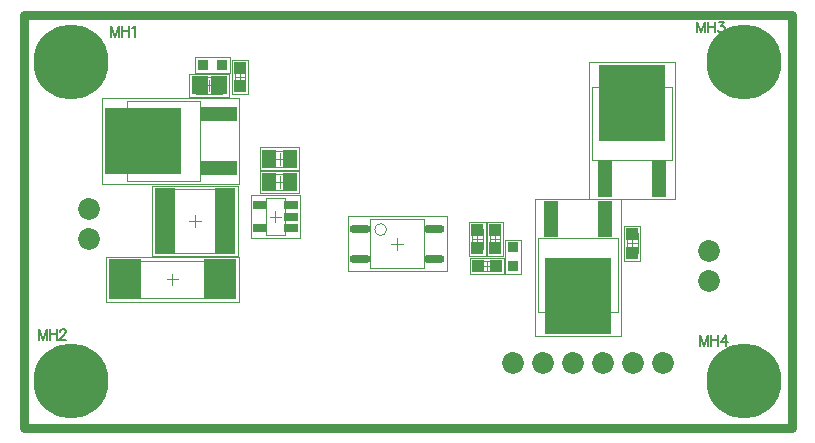
<source format=gts>
G04*
G04 #@! TF.GenerationSoftware,Altium Limited,Altium Designer,18.1.11 (251)*
G04*
G04 Layer_Color=8388736*
%FSLAX25Y25*%
%MOIN*%
G70*
G01*
G75*
%ADD13C,0.00197*%
%ADD15C,0.00650*%
%ADD16C,0.03000*%
%ADD17C,0.00394*%
%ADD32R,0.04724X0.02953*%
%ADD33R,0.04528X0.05906*%
%ADD34R,0.04134X0.03937*%
%ADD35R,0.03740X0.03740*%
%ADD36R,0.10787X0.13346*%
%ADD37R,0.12402X0.04528*%
%ADD38R,0.25787X0.22441*%
%ADD39R,0.07087X0.21850*%
%ADD40R,0.05709X0.06299*%
%ADD41O,0.07087X0.02953*%
%ADD42R,0.03740X0.03740*%
%ADD43R,0.04528X0.12402*%
%ADD44R,0.22441X0.25787*%
%ADD45R,0.03937X0.04134*%
%ADD46C,0.25000*%
%ADD47C,0.07284*%
D13*
X75590Y77756D02*
X92126D01*
X75590Y63189D02*
X92126D01*
X75590D02*
Y77756D01*
X92126Y63189D02*
Y77756D01*
X91780Y78150D02*
Y85630D01*
X78787Y78150D02*
Y85630D01*
Y78150D02*
X91780D01*
X78787Y85630D02*
X91780D01*
X74756Y111343D02*
Y122760D01*
X69244Y111343D02*
Y122760D01*
X74756D01*
X69244Y111343D02*
X74756D01*
X57142Y118441D02*
X68362D01*
X68559D02*
Y123559D01*
X57142D02*
X68362D01*
X57142Y118441D02*
Y123559D01*
X27468Y42020D02*
Y56980D01*
X71563Y42020D02*
Y56980D01*
X27468D02*
X71563D01*
X27468Y42020D02*
X71563D01*
X25984Y109941D02*
X71653D01*
X25984Y81398D02*
X71653D01*
X25984D02*
Y109941D01*
X71653Y81398D02*
Y109941D01*
X42630Y80614D02*
X71370D01*
X42630Y57386D02*
X71370D01*
X42630D02*
Y80614D01*
X71370Y57386D02*
Y80614D01*
X55118Y110236D02*
X68504D01*
X55118Y118110D02*
X68504D01*
Y110236D02*
Y118110D01*
X55118Y110236D02*
Y118110D01*
X107874Y52165D02*
X140945D01*
X107874Y70669D02*
X140945D01*
Y52165D02*
Y70669D01*
X107874Y52165D02*
Y70669D01*
X160433Y51378D02*
X165551D01*
X160433D02*
Y62598D01*
Y62795D02*
X165551D01*
Y51378D02*
Y62598D01*
X217028Y76378D02*
Y122047D01*
X188484Y76378D02*
Y122047D01*
X217028D01*
X188484Y76378D02*
X217028D01*
X170374Y30512D02*
Y76181D01*
X198917Y30512D02*
Y76181D01*
X170374Y30512D02*
X198917D01*
X170374Y76181D02*
X198917D01*
X200000Y55807D02*
Y67224D01*
X205512Y55807D02*
Y67224D01*
X200000Y55807D02*
X205512D01*
X200000Y67224D02*
X205512D01*
X78787Y86024D02*
Y93504D01*
X91780Y86024D02*
Y93504D01*
X78787D02*
X91780D01*
X78787Y86024D02*
X91780D01*
X153937Y57284D02*
Y68701D01*
X148425Y57284D02*
Y68701D01*
X153937D01*
X148425Y57284D02*
X153937D01*
X160039Y51181D02*
Y56693D01*
X148622Y51181D02*
Y56693D01*
Y51181D02*
X160039D01*
X148622Y56693D02*
X160039D01*
X154331Y68799D02*
X159843D01*
X154331Y57382D02*
X159843D01*
Y68799D01*
X154331Y57382D02*
Y68799D01*
D15*
X225385Y30878D02*
Y27379D01*
Y30878D02*
X226718Y27379D01*
X228051Y30878D02*
X226718Y27379D01*
X228051Y30878D02*
Y27379D01*
X229051Y30878D02*
Y27379D01*
X231383Y30878D02*
Y27379D01*
X229051Y29212D02*
X231383D01*
X234016Y30878D02*
X232350Y28545D01*
X234849D01*
X234016Y30878D02*
Y27379D01*
X224380Y135393D02*
Y131894D01*
Y135393D02*
X225713Y131894D01*
X227046Y135393D02*
X225713Y131894D01*
X227046Y135393D02*
Y131894D01*
X228046Y135393D02*
Y131894D01*
X230379Y135393D02*
Y131894D01*
X228046Y133727D02*
X230379D01*
X231678Y135393D02*
X233511D01*
X232511Y134060D01*
X233011D01*
X233345Y133893D01*
X233511Y133727D01*
X233678Y133227D01*
Y132893D01*
X233511Y132393D01*
X233178Y132060D01*
X232678Y131894D01*
X232178D01*
X231678Y132060D01*
X231512Y132227D01*
X231345Y132560D01*
X4891Y32873D02*
Y29374D01*
Y32873D02*
X6224Y29374D01*
X7557Y32873D02*
X6224Y29374D01*
X7557Y32873D02*
Y29374D01*
X8557Y32873D02*
Y29374D01*
X10890Y32873D02*
Y29374D01*
X8557Y31207D02*
X10890D01*
X12023Y32040D02*
Y32207D01*
X12190Y32540D01*
X12356Y32707D01*
X12689Y32873D01*
X13356D01*
X13689Y32707D01*
X13856Y32540D01*
X14023Y32207D01*
Y31874D01*
X13856Y31540D01*
X13523Y31040D01*
X11856Y29374D01*
X14189D01*
X29097Y133873D02*
Y130374D01*
Y133873D02*
X30430Y130374D01*
X31763Y133873D02*
X30430Y130374D01*
X31763Y133873D02*
Y130374D01*
X32763Y133873D02*
Y130374D01*
X35096Y133873D02*
Y130374D01*
X32763Y132207D02*
X35096D01*
X36062Y133207D02*
X36395Y133373D01*
X36895Y133873D01*
Y130374D01*
D16*
X0Y137795D02*
X255906D01*
X0Y0D02*
Y137795D01*
X255906Y0D02*
Y137795D01*
X0Y0D02*
X255906D01*
D17*
X120866Y66142D02*
G03*
X120866Y66142I-1969J0D01*
G01*
X80610Y76673D02*
X87106D01*
X80610Y64272D02*
X87106D01*
X80610D02*
Y76673D01*
X87106Y64272D02*
Y76673D01*
X89417Y79232D02*
Y84547D01*
X81150Y79232D02*
Y84547D01*
Y79232D02*
X89417D01*
X81150Y84547D02*
X89417D01*
X73772Y113705D02*
Y120398D01*
X70228Y113705D02*
Y120398D01*
X73772D01*
X70228Y113705D02*
X73772D01*
X29831Y43201D02*
Y55799D01*
X69201Y43201D02*
Y55799D01*
X29831D02*
X69201D01*
X29831Y43201D02*
X69201D01*
X34252Y108957D02*
X58661D01*
X34252Y82382D02*
X58661D01*
X34252D02*
Y108957D01*
X58661Y82382D02*
Y108957D01*
X44992Y79630D02*
X69008D01*
X44992Y58370D02*
X69008D01*
X44992D02*
Y79630D01*
X69008Y58370D02*
Y79630D01*
X57480Y111319D02*
X66142D01*
X57480Y117028D02*
X66142D01*
Y111319D02*
Y117028D01*
X57480Y111319D02*
Y117028D01*
X115354Y53150D02*
X133465D01*
X115354Y69685D02*
X133465D01*
Y53150D02*
Y69685D01*
X115354Y53150D02*
Y69685D01*
X216043Y89370D02*
Y113779D01*
X189469Y89370D02*
Y113779D01*
X216043D01*
X189469Y89370D02*
X216043D01*
X171358Y38780D02*
Y63189D01*
X197933Y38780D02*
Y63189D01*
X171358Y38780D02*
X197933D01*
X171358Y63189D02*
X197933D01*
X200984Y58169D02*
Y64862D01*
X204527Y58169D02*
Y64862D01*
X200984Y58169D02*
X204527D01*
X200984Y64862D02*
X204527D01*
X81150Y87106D02*
Y92421D01*
X89417Y87106D02*
Y92421D01*
X81150D02*
X89417D01*
X81150Y87106D02*
X89417D01*
X152953Y59646D02*
Y66339D01*
X149409Y59646D02*
Y66339D01*
X152953D01*
X149409Y59646D02*
X152953D01*
X157677Y52165D02*
Y55709D01*
X150984Y52165D02*
Y55709D01*
Y52165D02*
X157677D01*
X150984Y55709D02*
X157677D01*
X155315Y66437D02*
X158858D01*
X155315Y59744D02*
X158858D01*
Y66437D01*
X155315Y59744D02*
Y66437D01*
X83858Y68504D02*
Y72441D01*
X81890Y70472D02*
X85827D01*
X83315Y81890D02*
X87252D01*
X85283Y79921D02*
Y83858D01*
X70228Y117051D02*
X73772D01*
X72000Y115279D02*
Y118823D01*
X47547Y49500D02*
X51484D01*
X49516Y47532D02*
Y51468D01*
X48819Y93701D02*
Y97638D01*
X46850Y95669D02*
X50787D01*
X57000Y67032D02*
Y70969D01*
X55032Y69000D02*
X58969D01*
X61811Y112205D02*
Y116142D01*
X59842Y114173D02*
X63779D01*
X124409Y59449D02*
Y63386D01*
X122441Y61417D02*
X126378D01*
X200787Y99213D02*
X204724D01*
X202756Y97244D02*
Y101181D01*
X182677Y53347D02*
X186614D01*
X184646Y51378D02*
Y55315D01*
X200984Y61516D02*
X204527D01*
X202756Y59744D02*
Y63287D01*
X83315Y89764D02*
X87252D01*
X85283Y87795D02*
Y91732D01*
X149409Y62992D02*
X152953D01*
X151181Y61221D02*
Y64764D01*
X152559Y53937D02*
X156102D01*
X154331Y52165D02*
Y55709D01*
X157087Y61319D02*
Y64862D01*
X155315Y63090D02*
X158858D01*
D32*
X78543Y66732D02*
D03*
Y74213D02*
D03*
X89173D02*
D03*
Y70472D02*
D03*
Y66732D02*
D03*
D33*
X88827Y81890D02*
D03*
X81740D02*
D03*
X81740Y89764D02*
D03*
X88827D02*
D03*
D34*
X72000Y120102D02*
D03*
Y114000D02*
D03*
X202756Y58465D02*
D03*
Y64567D02*
D03*
X151181Y66043D02*
D03*
Y59941D02*
D03*
X157087Y66142D02*
D03*
Y60039D02*
D03*
D35*
X59701Y121000D02*
D03*
X66000D02*
D03*
D36*
X33531Y49500D02*
D03*
X65500D02*
D03*
D37*
X64961Y104685D02*
D03*
Y86654D02*
D03*
D38*
X39567Y95669D02*
D03*
D39*
X46862Y69000D02*
D03*
X67138D02*
D03*
D40*
X64961Y114173D02*
D03*
X58661D02*
D03*
D41*
X136713Y66417D02*
D03*
X112106Y56417D02*
D03*
Y66417D02*
D03*
X136713Y56417D02*
D03*
D42*
X162992Y60236D02*
D03*
Y53937D02*
D03*
D43*
X193740Y83071D02*
D03*
X211772D02*
D03*
X193661Y69488D02*
D03*
X175630D02*
D03*
D44*
X202756Y108465D02*
D03*
X184646Y44094D02*
D03*
D45*
X151279Y53937D02*
D03*
X157382D02*
D03*
D46*
X15748Y122047D02*
D03*
Y15748D02*
D03*
X240158D02*
D03*
Y122047D02*
D03*
D47*
X172913Y21654D02*
D03*
X182913D02*
D03*
X162913D02*
D03*
X202913D02*
D03*
X192913D02*
D03*
X212913D02*
D03*
X228346Y58819D02*
D03*
Y48819D02*
D03*
X21654Y62992D02*
D03*
Y72992D02*
D03*
M02*

</source>
